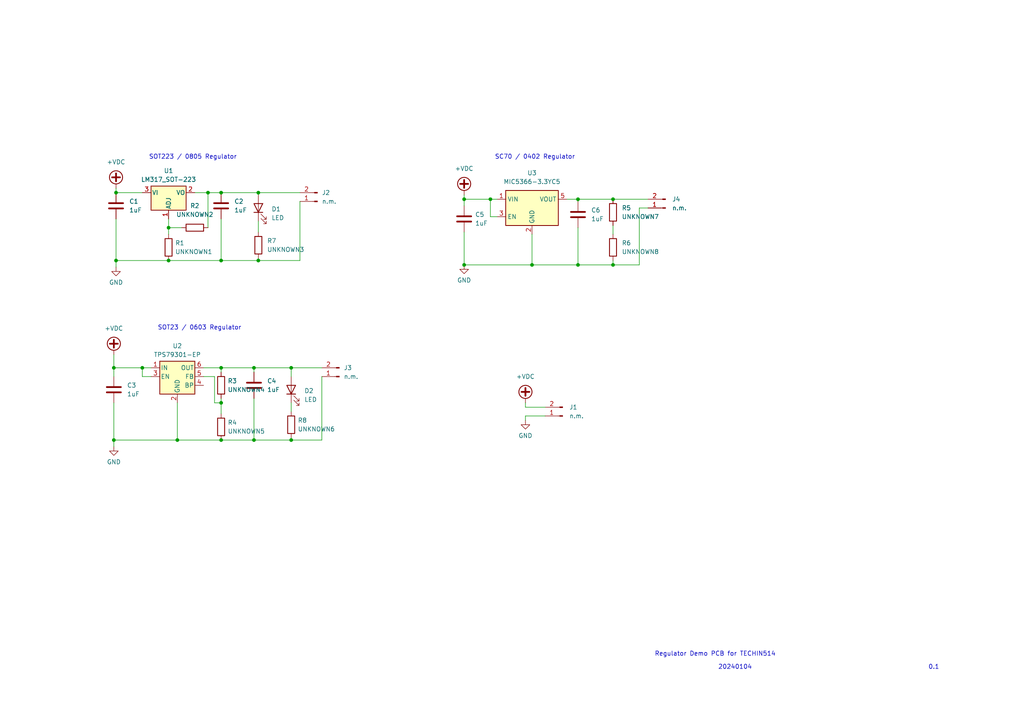
<source format=kicad_sch>
(kicad_sch (version 20230121) (generator eeschema)
  (paper "A4")
  (lib_symbols
    (symbol "Connector:Conn_01x02_Pin" (pin_names (offset 1.016) hide)
      (property "Reference" "J" (at 0 2.54 0))
      (property "Value" "Conn_01x02_Pin" (at 0 -5.08 0))
      (symbol "Conn_01x02_Pin_1_1"
        (polyline (pts (xy 1.27 -2.54) (xy 0.8636 -2.54)) (stroke (width 0.1524)))
        (polyline (pts (xy 1.27 0) (xy 0.8636 0)) (stroke (width 0.1524)))
        (rectangle (start 0.8636 -2.413) (end 0 -2.667) (stroke (width 0.1524)) (fill (type outline)))
        (rectangle (start 0.8636 0.127) (end 0 -0.127) (stroke (width 0.1524)) (fill (type outline)))
        (pin passive line (at 5.08 0 180) (length 3.81) (name "Pin_1") (number "1"))
        (pin passive line (at 5.08 -2.54 180) (length 3.81) (name "Pin_2") (number "2"))
      )
    )
    (symbol "Device:C" (pin_numbers hide) (pin_names (offset 0.254))
      (property "Reference" "C" (at 0.635 2.54 0))
      (property "Value" "C" (at 0.635 -2.54 0))
      (symbol "C_0_1"
        (polyline (pts (xy -2.032 -0.762) (xy 2.032 -0.762)) (stroke (width 0.508)))
        (polyline (pts (xy -2.032 0.762) (xy 2.032 0.762)) (stroke (width 0.508)))
      )
      (symbol "C_1_1"
        (pin passive line (at 0 3.81 270) (length 2.794) (name "~") (number "1"))
        (pin passive line (at 0 -3.81 90) (length 2.794) (name "~") (number "2"))
      )
    )
    (symbol "Device:LED" (pin_numbers hide) (pin_names (offset 1.016) hide)
      (property "Reference" "D" (at 0 2.54 0))
      (property "Value" "LED" (at 0 -2.54 0))
      (symbol "LED_0_1"
        (polyline (pts (xy -1.27 -1.27) (xy -1.27 1.27)) (stroke (width 0.254)))
        (polyline (pts (xy -1.27 0) (xy 1.27 0)))
        (polyline (pts (xy 1.27 -1.27) (xy 1.27 1.27) (xy -1.27 0) (xy 1.27 -1.27)) (stroke (width 0.254)))
        (polyline (pts (xy -3.048 -0.762) (xy -4.572 -2.286) (xy -3.81 -2.286) (xy -4.572 -2.286) (xy -4.572 -1.524)))
        (polyline (pts (xy -1.778 -0.762) (xy -3.302 -2.286) (xy -2.54 -2.286) (xy -3.302 -2.286) (xy -3.302 -1.524)))
      )
      (symbol "LED_1_1"
        (pin passive line (at -3.81 0 0) (length 2.54) (name "K") (number "1"))
        (pin passive line (at 3.81 0 180) (length 2.54) (name "A") (number "2"))
      )
    )
    (symbol "Device:R" (pin_numbers hide) (pin_names (offset 0))
      (property "Reference" "R" (at 2.032 0 90))
      (property "Value" "R" (at 0 0 90))
      (symbol "R_0_1"
        (rectangle (start -1.016 -2.54) (end 1.016 2.54) (stroke (width 0.254)))
      )
      (symbol "R_1_1"
        (pin passive line (at 0 3.81 270) (length 1.27) (name "~") (number "1"))
        (pin passive line (at 0 -3.81 90) (length 1.27) (name "~") (number "2"))
      )
    )
    (symbol "Regulator_Linear:LM317_SOT-223" (pin_names (offset 0.254))
      (property "Reference" "U" (at -3.81 3.175 0))
      (property "Value" "LM317_SOT-223" (at 0 3.175 0))
      (symbol "LM317_SOT-223_0_1"
        (rectangle (start -5.08 1.905) (end 5.08 -5.08) (stroke (width 0.254)) (fill (type background)))
      )
      (symbol "LM317_SOT-223_1_1"
        (pin input line (at 0 -7.62 90) (length 2.54) (name "ADJ") (number "1"))
        (pin power_out line (at 7.62 0 180) (length 2.54) (name "VO") (number "2"))
        (pin power_in line (at -7.62 0 0) (length 2.54) (name "VI") (number "3"))
      )
    )
    (symbol "Regulator_Linear:MIC5366-3.3YC5"
      (property "Reference" "U" (at -6.35 6.35 0))
      (property "Value" "MIC5366-3.3YC5" (at 0 6.35 0))
      (symbol "MIC5366-3.3YC5_0_1"
        (rectangle (start -7.62 -5.08) (end 7.62 5.08) (stroke (width 0.254)) (fill (type background)))
      )
      (symbol "MIC5366-3.3YC5_1_1"
        (pin power_in line (at -10.16 2.54 0) (length 2.54) (name "VIN") (number "1"))
        (pin power_in line (at 0 -7.62 90) (length 2.54) (name "GND") (number "2"))
        (pin input line (at -10.16 -2.54 0) (length 2.54) (name "EN") (number "3"))
        (pin no_connect line (at 7.62 -2.54 180) (length 2.54) hide (name "NC") (number "4"))
        (pin power_out line (at 10.16 2.54 180) (length 2.54) (name "VOUT") (number "5"))
      )
    )
    (symbol "Regulator_Linear:TPS79301-EP" (pin_names (offset 0.254))
      (property "Reference" "U" (at -3.81 5.715 0))
      (property "Value" "TPS79301-EP" (at 0 5.715 0))
      (symbol "TPS79301-EP_1_1"
        (rectangle (start 5.08 -5.08) (end -5.08 4.445) (stroke (width 0.254)) (fill (type background)))
        (pin power_in line (at -7.62 2.54 0) (length 2.54) (name "IN") (number "1"))
        (pin power_in line (at 0 -7.62 90) (length 2.54) (name "GND") (number "2"))
        (pin input line (at -7.62 0 0) (length 2.54) (name "EN") (number "3"))
        (pin passive line (at 7.62 -2.54 180) (length 2.54) (name "BP") (number "4"))
        (pin input line (at 7.62 0 180) (length 2.54) (name "FB") (number "5"))
        (pin power_out line (at 7.62 2.54 180) (length 2.54) (name "OUT") (number "6"))
      )
    )
    (symbol "power:+VDC" (power) (pin_names (offset 0))
      (property "Value" "+VDC" (at 0 6.35 0))
      (symbol "+VDC_0_1"
        (polyline (pts (xy -1.143 3.175) (xy 1.143 3.175)) (stroke (width 0.508)))
        (polyline (pts (xy 0 0) (xy 0 1.27)))
        (polyline (pts (xy 0 2.032) (xy 0 4.318)) (stroke (width 0.508)))
        (circle (center 0 3.175) (radius 1.905) (stroke (width 0.254)))
      )
      (symbol "+VDC_1_1"
        (pin power_in line (at 0 0 90) (length 0) hide (name "+VDC") (number "1"))
      )
    )
    (symbol "power:GND" (power) (pin_names (offset 0))
      (property "Value" "GND" (at 0 -3.81 0))
      (symbol "GND_0_1"
        (polyline (pts (xy 0 0) (xy 0 -1.27) (xy 1.27 -1.27) (xy 0 -2.54) (xy -1.27 -1.27) (xy 0 -1.27)))
      )
      (symbol "GND_1_1"
        (pin power_in line (at 0 0 270) (length 0) hide (name "GND") (number "1"))
      )
    )
  )
  (junction (at 64.135 55.88))
  (junction (at 73.66 106.68))
  (junction (at 142.24 57.785))
  (junction (at 48.895 75.565))
  (junction (at 73.66 127.635))
  (junction (at 33.655 75.565))
  (junction (at 84.455 106.68))
  (junction (at 41.275 106.68))
  (junction (at 64.135 116.84))
  (junction (at 167.64 57.785))
  (junction (at 134.62 76.835))
  (junction (at 74.93 75.565))
  (junction (at 33.02 106.68))
  (junction (at 167.64 76.835))
  (junction (at 134.62 57.785))
  (junction (at 33.02 127.635))
  (junction (at 33.655 55.88))
  (junction (at 177.8 76.835))
  (junction (at 51.435 127.635))
  (junction (at 64.135 75.565))
  (junction (at 64.135 106.68))
  (junction (at 48.895 66.04))
  (junction (at 177.8 57.785))
  (junction (at 154.305 76.835))
  (junction (at 74.93 55.88))
  (junction (at 84.455 127.635))
  (junction (at 64.135 127.635))
  (junction (at 60.325 55.88))
  (wire (pts (xy 73.66 127.635) (xy 64.135 127.635)))
  (wire (pts (xy 152.4 120.65) (xy 152.4 121.92)))
  (wire (pts (xy 142.24 57.785) (xy 142.24 62.865)))
  (wire (pts (xy 41.275 109.22) (xy 41.275 106.68)))
  (wire (pts (xy 93.345 109.22) (xy 93.345 127.635)))
  (wire (pts (xy 84.455 127.635) (xy 73.66 127.635)))
  (wire (pts (xy 41.275 106.68) (xy 43.815 106.68)))
  (wire (pts (xy 134.62 67.31) (xy 134.62 76.835)))
  (wire (pts (xy 164.465 57.785) (xy 167.64 57.785)))
  (wire (pts (xy 84.455 109.22) (xy 84.455 106.68)))
  (wire (pts (xy 84.455 106.68) (xy 93.345 106.68)))
  (wire (pts (xy 64.135 75.565) (xy 48.895 75.565)))
  (wire (pts (xy 74.93 75.565) (xy 74.93 74.93)))
  (wire (pts (xy 48.895 66.04) (xy 48.895 63.5)))
  (wire (pts (xy 167.64 57.785) (xy 177.8 57.785)))
  (wire (pts (xy 185.42 60.325) (xy 185.42 76.835)))
  (wire (pts (xy 152.4 118.11) (xy 158.115 118.11)))
  (wire (pts (xy 64.135 75.565) (xy 74.93 75.565)))
  (wire (pts (xy 93.345 127.635) (xy 84.455 127.635)))
  (wire (pts (xy 52.705 66.04) (xy 48.895 66.04)))
  (wire (pts (xy 33.655 55.88) (xy 41.275 55.88)))
  (wire (pts (xy 154.305 76.835) (xy 167.64 76.835)))
  (wire (pts (xy 84.455 106.68) (xy 73.66 106.68)))
  (wire (pts (xy 74.93 55.88) (xy 86.995 55.88)))
  (wire (pts (xy 33.02 106.68) (xy 41.275 106.68)))
  (wire (pts (xy 33.02 102.87) (xy 33.02 106.68)))
  (wire (pts (xy 154.305 67.945) (xy 154.305 76.835)))
  (wire (pts (xy 64.135 106.68) (xy 73.66 106.68)))
  (wire (pts (xy 177.8 57.785) (xy 187.96 57.785)))
  (wire (pts (xy 152.4 118.11) (xy 152.4 116.84)))
  (wire (pts (xy 74.93 64.135) (xy 74.93 67.31)))
  (wire (pts (xy 33.02 127.635) (xy 51.435 127.635)))
  (wire (pts (xy 177.8 76.835) (xy 177.8 75.565)))
  (wire (pts (xy 177.8 65.405) (xy 177.8 67.945)))
  (wire (pts (xy 60.325 55.88) (xy 64.135 55.88)))
  (wire (pts (xy 33.655 75.565) (xy 48.895 75.565)))
  (wire (pts (xy 64.135 106.68) (xy 64.135 107.95)))
  (wire (pts (xy 167.64 66.04) (xy 167.64 76.835)))
  (wire (pts (xy 33.655 63.5) (xy 33.655 75.565)))
  (wire (pts (xy 64.135 116.84) (xy 64.135 120.015)))
  (wire (pts (xy 74.93 55.88) (xy 74.93 56.515)))
  (wire (pts (xy 158.115 120.65) (xy 152.4 120.65)))
  (wire (pts (xy 185.42 76.835) (xy 177.8 76.835)))
  (wire (pts (xy 62.23 116.84) (xy 62.23 109.22)))
  (wire (pts (xy 62.23 109.22) (xy 59.055 109.22)))
  (wire (pts (xy 134.62 76.835) (xy 154.305 76.835)))
  (wire (pts (xy 73.66 115.57) (xy 73.66 127.635)))
  (wire (pts (xy 187.96 60.325) (xy 185.42 60.325)))
  (wire (pts (xy 73.66 106.68) (xy 73.66 107.95)))
  (wire (pts (xy 134.62 56.515) (xy 134.62 57.785)))
  (wire (pts (xy 86.995 75.565) (xy 86.995 58.42)))
  (wire (pts (xy 134.62 57.785) (xy 134.62 59.69)))
  (wire (pts (xy 167.64 76.835) (xy 177.8 76.835)))
  (wire (pts (xy 51.435 127.635) (xy 64.135 127.635)))
  (wire (pts (xy 51.435 116.84) (xy 51.435 127.635)))
  (wire (pts (xy 142.24 57.785) (xy 144.145 57.785)))
  (wire (pts (xy 144.145 62.865) (xy 142.24 62.865)))
  (wire (pts (xy 64.135 115.57) (xy 64.135 116.84)))
  (wire (pts (xy 33.655 54.61) (xy 33.655 55.88)))
  (wire (pts (xy 64.135 116.84) (xy 62.23 116.84)))
  (wire (pts (xy 134.62 57.785) (xy 142.24 57.785)))
  (wire (pts (xy 64.135 63.5) (xy 64.135 75.565)))
  (wire (pts (xy 60.325 55.88) (xy 56.515 55.88)))
  (wire (pts (xy 33.02 116.84) (xy 33.02 127.635)))
  (wire (pts (xy 84.455 127) (xy 84.455 127.635)))
  (wire (pts (xy 33.02 127.635) (xy 33.02 129.54)))
  (wire (pts (xy 167.64 57.785) (xy 167.64 58.42)))
  (wire (pts (xy 43.815 109.22) (xy 41.275 109.22)))
  (wire (pts (xy 33.655 75.565) (xy 33.655 77.47)))
  (wire (pts (xy 60.325 66.04) (xy 60.325 55.88)))
  (wire (pts (xy 84.455 116.84) (xy 84.455 119.38)))
  (wire (pts (xy 48.895 66.04) (xy 48.895 67.945)))
  (wire (pts (xy 33.02 106.68) (xy 33.02 109.22)))
  (wire (pts (xy 74.93 75.565) (xy 86.995 75.565)))
  (wire (pts (xy 59.055 106.68) (xy 64.135 106.68)))
  (wire (pts (xy 64.135 55.88) (xy 74.93 55.88)))
  (text "SOT23 / 0603 Regulator\n" (at 45.72 95.885 0) (effects (font (size 1.27 1.27)) (justify left bottom)))
  (text "SOT223 / 0805 Regulator" (at 43.18 46.355 0) (effects (font (size 1.27 1.27)) (justify left bottom)))
  (text "Regulator Demo PCB for TECHIN514" (at 189.865 190.5 0) (effects (font (size 1.27 1.27)) (justify left bottom)))
  (text "0.1" (at 269.24 194.31 0) (effects (font (size 1.27 1.27)) (justify left bottom)))
  (text "SC70 / 0402 Regulator" (at 143.51 46.355 0) (effects (font (size 1.27 1.27)) (justify left bottom)))
  (text "20240104" (at 208.28 194.31 0) (effects (font (size 1.27 1.27)) (justify left bottom)))
  (symbol (lib_id "Device:R") (at 177.8 61.595 0) (unit 1)
    (property "Reference" "R5" (at 180.34 60.325 0) (effects (justify left)))
    (property "Value" "UNKNOWN7" (at 180.34 62.865 0) (effects (justify left)))
    (property "Footprint" "Resistor_SMD:R_0402_1005Metric_Pad0.72x0.64mm_HandSolder" (effects hide))
  )
  (symbol (lib_id "power:GND") (at 152.4 121.92 0) (unit 1)
    (property "Reference" "#PWR03" (effects hide))
    (property "Value" "GND" (at 152.4 126.365 0))
  )
  (symbol (lib_id "Device:C") (at 64.135 59.69 0) (unit 1)
    (property "Reference" "C2" (at 67.945 58.42 0) (effects (justify left)))
    (property "Value" "1uF" (at 67.945 60.96 0) (effects (justify left)))
    (property "Footprint" "Capacitor_SMD:C_0805_2012Metric_Pad1.18x1.45mm_HandSolder" (effects hide))
  )
  (symbol (lib_id "Device:C") (at 73.66 111.76 0) (unit 1)
    (property "Reference" "C4" (at 77.47 110.49 0) (effects (justify left)))
    (property "Value" "1uF" (at 77.47 113.03 0) (effects (justify left)))
    (property "Footprint" "Capacitor_SMD:C_0603_1608Metric_Pad1.08x0.95mm_HandSolder" (effects hide))
  )
  (symbol (lib_id "power:+VDC") (at 33.02 102.87 0) (unit 1)
    (property "Reference" "#PWR05" (effects hide))
    (property "Value" "+VDC" (at 33.02 95.25 0))
  )
  (symbol (lib_id "Device:R") (at 56.515 66.04 90) (unit 1)
    (property "Reference" "R2" (at 56.515 59.69 90))
    (property "Value" "UNKNOWN2" (at 56.515 62.23 90))
    (property "Footprint" "Resistor_SMD:R_0805_2012Metric_Pad1.20x1.40mm_HandSolder" (effects hide))
  )
  (symbol (lib_id "Device:R") (at 177.8 71.755 0) (unit 1)
    (property "Reference" "R6" (at 180.34 70.485 0) (effects (justify left)))
    (property "Value" "UNKNOWN8" (at 180.34 73.025 0) (effects (justify left)))
    (property "Footprint" "Resistor_SMD:R_0402_1005Metric_Pad0.72x0.64mm_HandSolder" (effects hide))
  )
  (symbol (lib_id "Device:C") (at 167.64 62.23 0) (unit 1)
    (property "Reference" "C6" (at 171.45 60.96 0) (effects (justify left)))
    (property "Value" "1uF" (at 171.45 63.5 0) (effects (justify left)))
    (property "Footprint" "Capacitor_SMD:C_0402_1005Metric_Pad0.74x0.62mm_HandSolder" (effects hide))
  )
  (symbol (lib_id "Connector:Conn_01x02_Pin") (at 98.425 109.22 180) (unit 1)
    (property "Reference" "J3" (at 99.695 106.68 0) (effects (justify right)))
    (property "Value" "n.m." (at 99.695 109.22 0) (effects (justify right)))
    (property "Footprint" "Connector_PinHeader_2.54mm:PinHeader_1x02_P2.54mm_Vertical" (effects hide))
  )
  (symbol (lib_id "Connector:Conn_01x02_Pin") (at 163.195 120.65 180) (unit 1)
    (property "Reference" "J1" (at 165.1 118.11 0) (effects (justify right)))
    (property "Value" "n.m." (at 165.1 120.65 0) (effects (justify right)))
    (property "Footprint" "Connector_PinHeader_2.54mm:PinHeader_1x02_P2.54mm_Vertical" (effects hide))
  )
  (symbol (lib_id "Device:R") (at 74.93 71.12 0) (unit 1)
    (property "Reference" "R7" (at 77.47 69.85 0) (effects (justify left)))
    (property "Value" "UNKNOWN3" (at 77.47 72.39 0) (effects (justify left)))
    (property "Footprint" "Resistor_SMD:R_0805_2012Metric_Pad1.20x1.40mm_HandSolder" (effects hide))
  )
  (symbol (lib_id "power:+VDC") (at 134.62 56.515 0) (unit 1)
    (property "Reference" "#PWR07" (effects hide))
    (property "Value" "+VDC" (at 134.62 48.895 0))
  )
  (symbol (lib_id "Device:R") (at 64.135 123.825 0) (unit 1)
    (property "Reference" "R4" (at 66.04 122.555 0) (effects (justify left)))
    (property "Value" "UNKNOWN5" (at 66.04 125.095 0) (effects (justify left)))
    (property "Footprint" "Resistor_SMD:R_0603_1608Metric_Pad0.98x0.95mm_HandSolder" (effects hide))
  )
  (symbol (lib_id "Device:LED") (at 74.93 60.325 90) (unit 1)
    (property "Reference" "D1" (at 78.74 60.6425 90) (effects (justify right)))
    (property "Value" "LED" (at 78.74 63.1825 90) (effects (justify right)))
    (property "Footprint" "LED_SMD:LED_0805_2012Metric_Pad1.15x1.40mm_HandSolder" (effects hide))
  )
  (symbol (lib_id "Device:R") (at 84.455 123.19 0) (unit 1)
    (property "Reference" "R8" (at 86.36 121.92 0) (effects (justify left)))
    (property "Value" "UNKNOWN6" (at 86.36 124.46 0) (effects (justify left)))
    (property "Footprint" "Resistor_SMD:R_0603_1608Metric_Pad0.98x0.95mm_HandSolder" (effects hide))
  )
  (symbol (lib_id "Device:R") (at 64.135 111.76 0) (unit 1)
    (property "Reference" "R3" (at 66.04 110.49 0) (effects (justify left)))
    (property "Value" "UNKNOWN4" (at 66.04 113.03 0) (effects (justify left)))
    (property "Footprint" "Resistor_SMD:R_0603_1608Metric_Pad0.98x0.95mm_HandSolder" (effects hide))
  )
  (symbol (lib_id "Connector:Conn_01x02_Pin") (at 193.04 60.325 180) (unit 1)
    (property "Reference" "J4" (at 194.945 57.785 0) (effects (justify right)))
    (property "Value" "n.m." (at 194.945 60.325 0) (effects (justify right)))
    (property "Footprint" "Connector_PinHeader_2.54mm:PinHeader_1x02_P2.54mm_Vertical" (effects hide))
  )
  (symbol (lib_id "Device:C") (at 134.62 63.5 180) (unit 1)
    (property "Reference" "C5" (at 137.795 62.23 0) (effects (justify right)))
    (property "Value" "1uF" (at 137.795 64.77 0) (effects (justify right)))
    (property "Footprint" "Capacitor_SMD:C_0402_1005Metric_Pad0.74x0.62mm_HandSolder" (effects hide))
  )
  (symbol (lib_id "power:GND") (at 33.02 129.54 0) (unit 1)
    (property "Reference" "#PWR06" (effects hide))
    (property "Value" "GND" (at 33.02 133.985 0))
  )
  (symbol (lib_id "Connector:Conn_01x02_Pin") (at 92.075 58.42 180) (unit 1)
    (property "Reference" "J2" (at 93.345 55.88 0) (effects (justify right)))
    (property "Value" "n.m." (at 93.345 58.42 0) (effects (justify right)))
    (property "Footprint" "Connector_PinHeader_2.54mm:PinHeader_1x02_P2.54mm_Vertical" (effects hide))
  )
  (symbol (lib_id "Device:R") (at 48.895 71.755 0) (unit 1)
    (property "Reference" "R1" (at 50.8 70.485 0) (effects (justify left)))
    (property "Value" "UNKNOWN1" (at 50.8 73.025 0) (effects (justify left)))
    (property "Footprint" "Resistor_SMD:R_0805_2012Metric_Pad1.20x1.40mm_HandSolder" (effects hide))
  )
  (symbol (lib_id "Regulator_Linear:LM317_SOT-223") (at 48.895 55.88 0) (unit 1)
    (property "Reference" "U1" (at 48.895 49.53 0))
    (property "Value" "LM317_SOT-223" (at 48.895 52.07 0))
    (property "Footprint" "Package_TO_SOT_SMD:SOT-223-3_TabPin2" (effects hide))
    (property "Datasheet" "http://www.ti.com/lit/ds/symlink/lm317.pdf" (effects hide))
  )
  (symbol (lib_id "power:+VDC") (at 33.655 54.61 0) (unit 1)
    (property "Reference" "#PWR01" (effects hide))
    (property "Value" "+VDC" (at 33.655 46.99 0))
  )
  (symbol (lib_id "Regulator_Linear:TPS79301-EP") (at 51.435 109.22 0) (unit 1)
    (property "Reference" "U2" (at 51.435 100.33 0))
    (property "Value" "TPS79301-EP" (at 51.435 102.87 0))
    (property "Footprint" "Package_TO_SOT_SMD:SOT-23-6" (effects hide))
    (property "Datasheet" "http://www.ti.com/lit/ds/symlink/tps79333-ep.pdf" (effects hide))
  )
  (symbol (lib_id "power:GND") (at 134.62 76.835 0) (unit 1)
    (property "Reference" "#PWR08" (effects hide))
    (property "Value" "GND" (at 134.62 81.28 0))
  )
  (symbol (lib_id "Regulator_Linear:MIC5366-3.3YC5") (at 154.305 60.325 0) (unit 1)
    (property "Reference" "U3" (at 154.305 50.165 0))
    (property "Value" "MIC5366-3.3YC5" (at 154.305 52.705 0))
    (property "Footprint" "Package_TO_SOT_SMD:SOT-353_SC-70-5" (effects hide))
    (property "Datasheet" "http://ww1.microchip.com/downloads/en/DeviceDoc/mic5365.pdf" (effects hide))
  )
  (symbol (lib_id "power:GND") (at 33.655 77.47 0) (unit 1)
    (property "Reference" "#PWR04" (effects hide))
    (property "Value" "GND" (at 33.655 81.915 0))
  )
  (symbol (lib_id "Device:C") (at 33.655 59.69 0) (unit 1)
    (property "Reference" "C1" (at 37.465 58.42 0) (effects (justify left)))
    (property "Value" "1uF" (at 37.465 60.96 0) (effects (justify left)))
    (property "Footprint" "Capacitor_SMD:C_0805_2012Metric_Pad1.18x1.45mm_HandSolder" (effects hide))
  )
  (symbol (lib_id "Device:LED") (at 84.455 113.03 90) (unit 1)
    (property "Reference" "D2" (at 88.265 113.3475 90) (effects (justify right)))
    (property "Value" "LED" (at 88.265 115.8875 90) (effects (justify right)))
    (property "Footprint" "LED_SMD:LED_0603_1608Metric_Pad1.05x0.95mm_HandSolder" (effects hide))
  )
  (symbol (lib_id "Device:C") (at 33.02 113.03 0) (unit 1)
    (property "Reference" "C3" (at 36.83 111.76 0) (effects (justify left)))
    (property "Value" "1uF" (at 36.83 114.3 0) (effects (justify left)))
    (property "Footprint" "Capacitor_SMD:C_0603_1608Metric_Pad1.08x0.95mm_HandSolder" (effects hide))
  )
  (symbol (lib_id "power:+VDC") (at 152.4 116.84 0) (unit 1)
    (property "Reference" "#PWR02" (effects hide))
    (property "Value" "+VDC" (at 152.4 109.22 0))
  )
)
</source>
